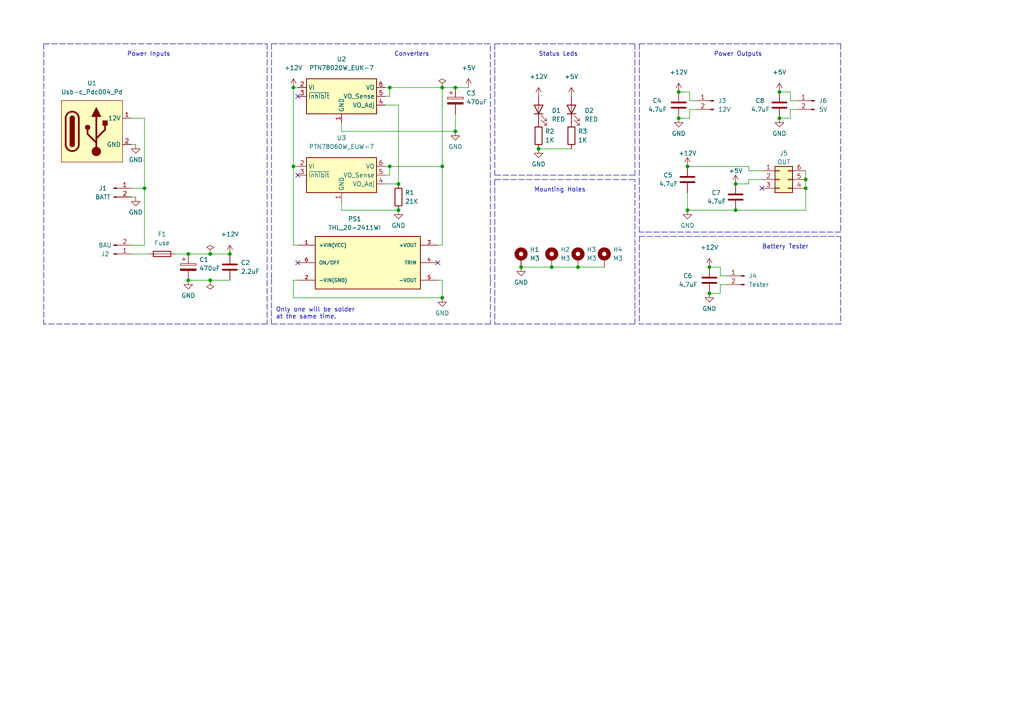
<source format=kicad_sch>
(kicad_sch (version 20211123) (generator eeschema)
  (paper "A4")
  (title_block (title "Mini carte alim") (date "2023-04-30") (rev "V1.0"))
  (lib_symbols
    (symbol "ComponentsEvo:THL_20-2411WI" (pin_names (offset 1.016))
      (property "Reference" "PS" (at -15.24 8.382 0))
      (property "Value" "THL_20-2411WI" (at -15.24 -10.16 0))
      (symbol "THL_20-2411WI_0_0"
        (rectangle (start -15.24 -7.62) (end 15.24 7.62) (stroke (width 0.254)) (fill (type background)))
        (pin input line (at -20.32 5.08 0) (length 5.08) (name "+VIN(VCC)") (number "1"))
        (pin input line (at -20.32 -5.08 0) (length 5.08) (name "-VIN(GND)") (number "2"))
        (pin output line (at 20.32 5.08 180) (length 5.08) (name "+VOUT") (number "3"))
        (pin passive line (at 20.32 0 180) (length 5.08) (name "TRIM") (number "4"))
        (pin output line (at 20.32 -5.08 180) (length 5.08) (name "-VOUT") (number "5"))
        (pin input line (at -20.32 0 0) (length 5.08) (name "ON/OFF") (number "6"))
      )
    )
    (symbol "ComponentsEvo:Usb-c_Pdc004_Pd"
      (property "Reference" "U" (at -8.89 10.16 0))
      (property "Value" "Usb-c_Pdc004_Pd" (at -8.89 -10.16 0))
      (symbol "Usb-c_Pdc004_Pd_0_1"
        (rectangle (start -17.78 8.89) (end 0 -8.89) (fill (type background)))
        (arc (start -16.51 -3.81) (mid -14.605 -5.715) (end -12.7 -3.81) (stroke (width 0.508)))
        (arc (start -15.24 -3.81) (mid -14.605 -4.445) (end -13.97 -3.81) (stroke (width 0.254)))
        (arc (start -15.24 -3.81) (mid -14.605 -4.445) (end -13.97 -3.81) (stroke (width 0.254)) (fill (type outline)))
        (rectangle (start -15.24 -3.81) (end -13.97 3.81) (stroke (width 0.254)) (fill (type outline)))
        (arc (start -13.97 3.81) (mid -14.605 4.445) (end -15.24 3.81) (stroke (width 0.254)))
        (arc (start -13.97 3.81) (mid -14.605 4.445) (end -15.24 3.81) (stroke (width 0.254)) (fill (type outline)))
        (arc (start -12.7 3.81) (mid -14.605 5.715) (end -16.51 3.81) (stroke (width 0.508)))
        (polyline (pts (xy -16.51 -3.81) (xy -16.51 3.81)) (stroke (width 0.508)))
        (polyline (pts (xy -12.7 3.81) (xy -12.7 -3.81)) (stroke (width 0.508)))
      )
      (symbol "Usb-c_Pdc004_Pd_1_1"
        (circle (center -10.16 1.143) (radius 0.635) (stroke (width 0.254)) (fill (type outline)))
        (circle (center -7.62 -5.842) (radius 1.27) (fill (type outline)))
        (rectangle (start -5.715 1.778) (end -4.445 3.048) (stroke (width 0.254)) (fill (type outline)))
        (polyline (pts (xy -7.62 -5.842) (xy -7.62 4.318)) (stroke (width 0.508)))
        (polyline (pts (xy -7.62 -3.302) (xy -10.16 -0.762) (xy -10.16 0.508)) (stroke (width 0.508)))
        (polyline (pts (xy -7.62 -2.032) (xy -5.08 0.508) (xy -5.08 1.778)) (stroke (width 0.508)))
        (polyline (pts (xy -8.89 4.318) (xy -7.62 6.858) (xy -6.35 4.318) (xy -8.89 4.318)) (stroke (width 0.254)) (fill (type outline)))
        (pin power_out line (at 2.54 3.81 180) (length 2.54) (name "12V") (number "1"))
        (pin power_out line (at 2.54 -3.81 180) (length 2.54) (name "GND") (number "2"))
      )
    )
    (symbol "Connector:Conn_01x02_Male" (pin_names (offset 1.016) hide)
      (property "Reference" "J" (at 0 2.54 0))
      (property "Value" "Conn_01x02_Male" (at 0 -5.08 0))
      (symbol "Conn_01x02_Male_1_1"
        (polyline (pts (xy 1.27 -2.54) (xy 0.8636 -2.54)) (stroke (width 0.1524)))
        (polyline (pts (xy 1.27 0) (xy 0.8636 0)) (stroke (width 0.1524)))
        (rectangle (start 0.8636 -2.413) (end 0 -2.667) (stroke (width 0.1524)) (fill (type outline)))
        (rectangle (start 0.8636 0.127) (end 0 -0.127) (stroke (width 0.1524)) (fill (type outline)))
        (pin passive line (at 5.08 0 180) (length 3.81) (name "Pin_1") (number "1"))
        (pin passive line (at 5.08 -2.54 180) (length 3.81) (name "Pin_2") (number "2"))
      )
    )
    (symbol "Connector_Generic:Conn_02x03_Counter_Clockwise" (pin_names (offset 1.016) hide)
      (property "Reference" "J" (at 1.27 5.08 0))
      (property "Value" "Conn_02x03_Counter_Clockwise" (at 1.27 -5.08 0))
      (symbol "Conn_02x03_Counter_Clockwise_1_1"
        (rectangle (start -1.27 -2.413) (end 0 -2.667) (stroke (width 0.1524)))
        (rectangle (start -1.27 0.127) (end 0 -0.127) (stroke (width 0.1524)))
        (rectangle (start -1.27 2.667) (end 0 2.413) (stroke (width 0.1524)))
        (rectangle (start -1.27 3.81) (end 3.81 -3.81) (stroke (width 0.254)) (fill (type background)))
        (rectangle (start 3.81 -2.413) (end 2.54 -2.667) (stroke (width 0.1524)))
        (rectangle (start 3.81 0.127) (end 2.54 -0.127) (stroke (width 0.1524)))
        (rectangle (start 3.81 2.667) (end 2.54 2.413) (stroke (width 0.1524)))
        (pin passive line (at -5.08 2.54 0) (length 3.81) (name "Pin_1") (number "1"))
        (pin passive line (at -5.08 0 0) (length 3.81) (name "Pin_2") (number "2"))
        (pin passive line (at -5.08 -2.54 0) (length 3.81) (name "Pin_3") (number "3"))
        (pin passive line (at 7.62 -2.54 180) (length 3.81) (name "Pin_4") (number "4"))
        (pin passive line (at 7.62 0 180) (length 3.81) (name "Pin_5") (number "5"))
        (pin passive line (at 7.62 2.54 180) (length 3.81) (name "Pin_6") (number "6"))
      )
    )
    (symbol "Converter_DCDC:PTN78020W_EUK-7"
      (property "Reference" "U" (at -6.35 6.35 0))
      (property "Value" "PTN78020W_EUK-7" (at 3.81 6.35 0))
      (symbol "PTN78020W_EUK-7_0_1"
        (rectangle (start -10.16 5.08) (end 10.16 -5.08) (stroke (width 0.254)) (fill (type background)))
      )
      (symbol "PTN78020W_EUK-7_1_1"
        (pin power_in line (at 0 -7.62 90) (length 2.54) (name "GND") (number "1"))
        (pin power_in line (at -12.7 2.54 0) (length 2.54) (name "VI") (number "2"))
        (pin input line (at -12.7 0 0) (length 2.54) (name "~{Inhibit}") (number "3"))
        (pin input line (at 12.7 -2.54 180) (length 2.54) (name "VO_Adj") (number "4"))
        (pin power_out line (at 12.7 0 180) (length 2.54) (name "VO_Sense") (number "5"))
        (pin power_out line (at 12.7 2.54 180) (length 2.54) (name "VO") (number "6"))
        (pin passive line (at 0 -7.62 90) (length 2.54) hide (name "GND") (number "7"))
      )
    )
    (symbol "Converter_DCDC:PTN78060W_EUW-7"
      (property "Reference" "U" (at -6.35 6.35 0))
      (property "Value" "PTN78060W_EUW-7" (at 3.81 6.35 0))
      (symbol "PTN78060W_EUW-7_0_1"
        (rectangle (start -10.16 5.08) (end 10.16 -5.08) (stroke (width 0.254)) (fill (type background)))
      )
      (symbol "PTN78060W_EUW-7_1_1"
        (pin power_in line (at 0 -7.62 90) (length 2.54) (name "GND") (number "1"))
        (pin power_in line (at -12.7 2.54 0) (length 2.54) (name "VI") (number "2"))
        (pin input line (at -12.7 0 0) (length 2.54) (name "~{Inhibit}") (number "3"))
        (pin input line (at 12.7 -2.54 180) (length 2.54) (name "VO_Adj") (number "4"))
        (pin power_out line (at 12.7 0 180) (length 2.54) (name "VO_Sense") (number "5"))
        (pin power_out line (at 12.7 2.54 180) (length 2.54) (name "VO") (number "6"))
        (pin passive line (at 0 -7.62 90) (length 2.54) hide (name "GND") (number "7"))
      )
    )
    (symbol "Device:C" (pin_numbers hide) (pin_names (offset 0.254))
      (property "Reference" "C" (at 0.635 2.54 0))
      (property "Value" "C" (at 0.635 -2.54 0))
      (symbol "C_0_1"
        (polyline (pts (xy -2.032 -0.762) (xy 2.032 -0.762)) (stroke (width 0.508)))
        (polyline (pts (xy -2.032 0.762) (xy 2.032 0.762)) (stroke (width 0.508)))
      )
      (symbol "C_1_1"
        (pin passive line (at 0 3.81 270) (length 2.794) (name "~") (number "1"))
        (pin passive line (at 0 -3.81 90) (length 2.794) (name "~") (number "2"))
      )
    )
    (symbol "Device:C_Polarized" (pin_numbers hide) (pin_names (offset 0.254))
      (property "Reference" "C" (at 0.635 2.54 0))
      (property "Value" "C_Polarized" (at 0.635 -2.54 0))
      (symbol "C_Polarized_0_1"
        (rectangle (start -2.286 0.508) (end 2.286 1.016))
        (polyline (pts (xy -1.778 2.286) (xy -0.762 2.286)))
        (polyline (pts (xy -1.27 2.794) (xy -1.27 1.778)))
        (rectangle (start 2.286 -0.508) (end -2.286 -1.016) (fill (type outline)))
      )
      (symbol "C_Polarized_1_1"
        (pin passive line (at 0 3.81 270) (length 2.794) (name "~") (number "1"))
        (pin passive line (at 0 -3.81 90) (length 2.794) (name "~") (number "2"))
      )
    )
    (symbol "Device:Fuse" (pin_numbers hide) (pin_names (offset 0))
      (property "Reference" "F" (at 2.032 0 90))
      (property "Value" "Fuse" (at -1.905 0 90))
      (symbol "Fuse_0_1"
        (rectangle (start -0.762 -2.54) (end 0.762 2.54) (stroke (width 0.254)))
        (polyline (pts (xy 0 2.54) (xy 0 -2.54)))
      )
      (symbol "Fuse_1_1"
        (pin passive line (at 0 3.81 270) (length 1.27) (name "~") (number "1"))
        (pin passive line (at 0 -3.81 90) (length 1.27) (name "~") (number "2"))
      )
    )
    (symbol "Device:LED" (pin_numbers hide) (pin_names (offset 1.016) hide)
      (property "Reference" "D" (at 0 2.54 0))
      (property "Value" "LED" (at 0 -2.54 0))
      (symbol "LED_0_1"
        (polyline (pts (xy -1.27 -1.27) (xy -1.27 1.27)) (stroke (width 0.254)))
        (polyline (pts (xy -1.27 0) (xy 1.27 0)))
        (polyline (pts (xy 1.27 -1.27) (xy 1.27 1.27) (xy -1.27 0) (xy 1.27 -1.27)) (stroke (width 0.254)))
        (polyline (pts (xy -3.048 -0.762) (xy -4.572 -2.286) (xy -3.81 -2.286) (xy -4.572 -2.286) (xy -4.572 -1.524)))
        (polyline (pts (xy -1.778 -0.762) (xy -3.302 -2.286) (xy -2.54 -2.286) (xy -3.302 -2.286) (xy -3.302 -1.524)))
      )
      (symbol "LED_1_1"
        (pin passive line (at -3.81 0 0) (length 2.54) (name "K") (number "1"))
        (pin passive line (at 3.81 0 180) (length 2.54) (name "A") (number "2"))
      )
    )
    (symbol "Device:R" (pin_numbers hide) (pin_names (offset 0))
      (property "Reference" "R" (at 2.032 0 90))
      (property "Value" "R" (at 0 0 90))
      (symbol "R_0_1"
        (rectangle (start -1.016 -2.54) (end 1.016 2.54) (stroke (width 0.254)))
      )
      (symbol "R_1_1"
        (pin passive line (at 0 3.81 270) (length 1.27) (name "~") (number "1"))
        (pin passive line (at 0 -3.81 90) (length 1.27) (name "~") (number "2"))
      )
    )
    (symbol "Mechanical:MountingHole_Pad" (pin_numbers hide) (pin_names (offset 1.016) hide)
      (property "Reference" "H" (at 0 6.35 0))
      (property "Value" "MountingHole_Pad" (at 0 4.445 0))
      (symbol "MountingHole_Pad_0_1"
        (circle (center 0 1.27) (radius 1.27) (stroke (width 1.27)))
      )
      (symbol "MountingHole_Pad_1_1"
        (pin input line (at 0 -2.54 90) (length 2.54) (name "1") (number "1"))
      )
    )
    (symbol "power:+12V" (power) (pin_names (offset 0))
      (property "Value" "+12V" (at 0 3.556 0))
      (symbol "+12V_0_1"
        (polyline (pts (xy -0.762 1.27) (xy 0 2.54)))
        (polyline (pts (xy 0 0) (xy 0 2.54)))
        (polyline (pts (xy 0 2.54) (xy 0.762 1.27)))
      )
      (symbol "+12V_1_1"
        (pin power_in line (at 0 0 90) (length 0) hide (name "+12V") (number "1"))
      )
    )
    (symbol "power:+5V" (power) (pin_names (offset 0))
      (property "Value" "+5V" (at 0 3.556 0))
      (symbol "+5V_0_1"
        (polyline (pts (xy -0.762 1.27) (xy 0 2.54)))
        (polyline (pts (xy 0 0) (xy 0 2.54)))
        (polyline (pts (xy 0 2.54) (xy 0.762 1.27)))
      )
      (symbol "+5V_1_1"
        (pin power_in line (at 0 0 90) (length 0) hide (name "+5V") (number "1"))
      )
    )
    (symbol "power:GND" (power) (pin_names (offset 0))
      (property "Value" "GND" (at 0 -3.81 0))
      (symbol "GND_0_1"
        (polyline (pts (xy 0 0) (xy 0 -1.27) (xy 1.27 -1.27) (xy 0 -2.54) (xy -1.27 -1.27) (xy 0 -1.27)))
      )
      (symbol "GND_1_1"
        (pin power_in line (at 0 0 270) (length 0) hide (name "GND") (number "1"))
      )
    )
    (symbol "power:PWR_FLAG" (power) (pin_numbers hide) (pin_names (offset 0) hide)
      (property "Value" "PWR_FLAG" (at 0 3.81 0))
      (symbol "PWR_FLAG_0_0"
        (pin power_out line (at 0 0 90) (length 0) (name "pwr") (number "1"))
      )
      (symbol "PWR_FLAG_0_1"
        (polyline (pts (xy 0 0) (xy 0 1.27) (xy -1.016 1.905) (xy 0 2.54) (xy 1.016 1.905) (xy 0 1.27)))
      )
    )
  )
  (junction (at 113.03 25.4))
  (junction (at 226.06 34.29))
  (junction (at 233.68 52.07))
  (junction (at 226.06 26.67))
  (junction (at 113.03 48.26))
  (junction (at 196.85 34.29))
  (junction (at 60.96 73.66))
  (junction (at 196.85 26.67))
  (junction (at 41.91 54.61))
  (junction (at 213.36 53.34))
  (junction (at 132.08 25.4))
  (junction (at 160.02 77.47))
  (junction (at 205.74 77.47))
  (junction (at 199.39 48.26))
  (junction (at 115.57 60.96))
  (junction (at 233.68 54.61))
  (junction (at 66.675 73.66))
  (junction (at 115.57 53.34))
  (junction (at 132.08 38.1))
  (junction (at 128.27 48.26))
  (junction (at 54.61 73.66))
  (junction (at 167.64 77.47))
  (junction (at 199.39 60.96))
  (junction (at 128.27 86.36))
  (junction (at 85.09 25.4))
  (junction (at 85.09 48.26))
  (junction (at 205.74 85.09))
  (junction (at 151.13 77.47))
  (junction (at 60.96 81.28))
  (junction (at 128.27 25.4))
  (junction (at 213.36 60.96))
  (junction (at 156.21 43.18))
  (junction (at 54.61 81.28))
  (no_connect (at 127 76.2))
  (no_connect (at 220.98 54.61))
  (no_connect (at 86.36 27.94))
  (no_connect (at 86.36 76.2))
  (no_connect (at 86.36 50.8))
  (wire (pts (xy 196.85 26.67) (xy 200.025 26.67)))
  (wire (pts (xy 233.68 52.07) (xy 233.68 49.53)))
  (wire (pts (xy 128.27 48.26) (xy 128.27 25.4)))
  (wire (pts (xy 99.06 60.96) (xy 115.57 60.96)))
  (wire (pts (xy 85.09 48.26) (xy 86.36 48.26)))
  (polyline (pts (xy 243.84 68.58) (xy 243.84 93.98)))
  (polyline (pts (xy 143.51 12.7) (xy 184.15 12.7)))
  (polyline (pts (xy 185.42 52.07) (xy 185.42 52.07)))
  (wire (pts (xy 160.02 77.47) (xy 167.64 77.47)))
  (wire (pts (xy 196.85 34.29) (xy 200.025 34.29)))
  (polyline (pts (xy 143.51 52.07) (xy 143.51 93.98)))
  (wire (pts (xy 128.27 81.28) (xy 127 81.28)))
  (wire (pts (xy 226.06 26.67) (xy 229.235 26.67)))
  (wire (pts (xy 38.1 71.12) (xy 41.91 71.12)))
  (wire (pts (xy 210.82 80.01) (xy 208.915 80.01)))
  (wire (pts (xy 113.03 48.26) (xy 128.27 48.26)))
  (wire (pts (xy 156.21 43.18) (xy 165.735 43.18)))
  (polyline (pts (xy 243.84 67.31) (xy 185.42 67.31)))
  (wire (pts (xy 217.17 53.34) (xy 217.17 52.07)))
  (wire (pts (xy 99.06 58.42) (xy 99.06 60.96)))
  (wire (pts (xy 132.08 38.1) (xy 132.08 33.02)))
  (wire (pts (xy 217.17 52.07) (xy 220.98 52.07)))
  (polyline (pts (xy 12.7 12.7) (xy 12.7 93.98)))
  (wire (pts (xy 128.27 71.12) (xy 128.27 48.26)))
  (wire (pts (xy 60.96 73.66) (xy 66.675 73.66)))
  (wire (pts (xy 132.08 25.4) (xy 135.89 25.4)))
  (wire (pts (xy 41.91 54.61) (xy 41.91 71.12)))
  (polyline (pts (xy 184.15 93.98) (xy 184.15 52.07)))
  (wire (pts (xy 205.74 77.47) (xy 208.915 77.47)))
  (wire (pts (xy 86.36 25.4) (xy 85.09 25.4)))
  (polyline (pts (xy 143.51 52.07) (xy 184.15 52.07)))
  (wire (pts (xy 213.36 60.96) (xy 233.68 60.96)))
  (wire (pts (xy 128.27 81.28) (xy 128.27 86.36)))
  (wire (pts (xy 233.68 54.61) (xy 233.68 52.07)))
  (wire (pts (xy 50.8 73.66) (xy 54.61 73.66)))
  (wire (pts (xy 111.76 25.4) (xy 113.03 25.4)))
  (polyline (pts (xy 185.42 68.58) (xy 243.84 68.58)))
  (wire (pts (xy 99.06 35.56) (xy 99.06 38.1)))
  (wire (pts (xy 111.76 50.8) (xy 113.03 50.8)))
  (wire (pts (xy 200.025 34.29) (xy 200.025 31.75)))
  (wire (pts (xy 205.74 85.09) (xy 208.915 85.09)))
  (polyline (pts (xy 77.47 93.98) (xy 12.7 93.98)))
  (wire (pts (xy 229.235 31.75) (xy 231.14 31.75)))
  (polyline (pts (xy 142.24 81.28) (xy 142.24 93.98)))
  (wire (pts (xy 220.98 49.53) (xy 217.17 49.53)))
  (wire (pts (xy 113.03 27.94) (xy 113.03 25.4)))
  (wire (pts (xy 113.03 25.4) (xy 128.27 25.4)))
  (polyline (pts (xy 78.74 93.98) (xy 78.74 80.01)))
  (wire (pts (xy 200.025 31.75) (xy 201.93 31.75)))
  (wire (pts (xy 111.76 48.26) (xy 113.03 48.26)))
  (polyline (pts (xy 243.84 12.7) (xy 243.84 67.31)))
  (wire (pts (xy 60.96 81.28) (xy 66.675 81.28)))
  (wire (pts (xy 111.76 53.34) (xy 115.57 53.34)))
  (wire (pts (xy 85.09 86.36) (xy 85.09 81.28)))
  (wire (pts (xy 54.61 81.28) (xy 60.96 81.28)))
  (wire (pts (xy 41.91 34.29) (xy 41.91 54.61)))
  (polyline (pts (xy 243.84 93.98) (xy 185.42 93.98)))
  (polyline (pts (xy 77.47 12.7) (xy 77.47 93.98)))
  (wire (pts (xy 151.13 77.47) (xy 160.02 77.47)))
  (polyline (pts (xy 185.42 12.7) (xy 185.42 52.07)))
  (polyline (pts (xy 143.51 12.7) (xy 143.51 50.8)))
  (wire (pts (xy 226.06 34.29) (xy 229.235 34.29)))
  (wire (pts (xy 199.39 48.26) (xy 217.17 48.26)))
  (wire (pts (xy 38.1 41.91) (xy 39.37 41.91)))
  (wire (pts (xy 128.27 86.36) (xy 85.09 86.36)))
  (polyline (pts (xy 12.7 12.7) (xy 77.47 12.7)))
  (wire (pts (xy 85.09 25.4) (xy 85.09 48.26)))
  (wire (pts (xy 208.915 85.09) (xy 208.915 82.55)))
  (wire (pts (xy 208.915 82.55) (xy 210.82 82.55)))
  (polyline (pts (xy 78.74 12.7) (xy 78.74 81.28)))
  (polyline (pts (xy 143.51 93.98) (xy 184.15 93.98)))
  (polyline (pts (xy 185.42 12.7) (xy 243.84 12.7)))
  (wire (pts (xy 39.37 57.15) (xy 38.1 57.15)))
  (wire (pts (xy 213.36 53.34) (xy 217.17 53.34)))
  (wire (pts (xy 200.025 29.21) (xy 200.025 26.67)))
  (polyline (pts (xy 185.42 68.58) (xy 185.42 93.98)))
  (wire (pts (xy 128.27 71.12) (xy 127 71.12)))
  (wire (pts (xy 233.68 60.96) (xy 233.68 54.61)))
  (wire (pts (xy 231.14 29.21) (xy 229.235 29.21)))
  (wire (pts (xy 99.06 38.1) (xy 132.08 38.1)))
  (wire (pts (xy 167.64 77.47) (xy 175.26 77.47)))
  (wire (pts (xy 38.1 34.29) (xy 41.91 34.29)))
  (wire (pts (xy 199.39 55.88) (xy 199.39 60.96)))
  (wire (pts (xy 229.235 29.21) (xy 229.235 26.67)))
  (wire (pts (xy 111.76 30.48) (xy 115.57 30.48)))
  (polyline (pts (xy 184.15 50.8) (xy 143.51 50.8)))
  (wire (pts (xy 208.915 80.01) (xy 208.915 77.47)))
  (wire (pts (xy 85.09 71.12) (xy 86.36 71.12)))
  (wire (pts (xy 54.61 73.66) (xy 60.96 73.66)))
  (wire (pts (xy 199.39 60.96) (xy 213.36 60.96)))
  (wire (pts (xy 115.57 53.34) (xy 115.57 30.48)))
  (wire (pts (xy 85.09 48.26) (xy 85.09 71.12)))
  (polyline (pts (xy 184.15 12.7) (xy 184.15 50.8)))
  (wire (pts (xy 113.03 50.8) (xy 113.03 48.26)))
  (wire (pts (xy 128.27 25.4) (xy 132.08 25.4)))
  (polyline (pts (xy 78.74 12.7) (xy 142.24 12.7)))
  (polyline (pts (xy 185.42 67.31) (xy 185.42 52.07)))
  (wire (pts (xy 201.93 29.21) (xy 200.025 29.21)))
  (wire (pts (xy 217.17 49.53) (xy 217.17 48.26)))
  (wire (pts (xy 38.1 54.61) (xy 41.91 54.61)))
  (wire (pts (xy 38.1 73.66) (xy 43.18 73.66)))
  (wire (pts (xy 85.09 81.28) (xy 86.36 81.28)))
  (polyline (pts (xy 142.24 93.98) (xy 78.74 93.98)))
  (wire (pts (xy 111.76 27.94) (xy 113.03 27.94)))
  (polyline (pts (xy 142.24 81.28) (xy 142.24 12.7)))
  (wire (pts (xy 229.235 34.29) (xy 229.235 31.75)))
  (text "Mounting Holes" (at 154.94 55.88 0) (effects (font (size 1.27 1.27)) (justify left bottom)))
  (text "Battery Tester" (at 220.98 72.39 0) (effects (font (size 1.27 1.27)) (justify left bottom)))
  (text "Only one will be solder\nat the same time." (at 80.01 92.71 0) (effects (font (size 1.27 1.27)) (justify left bottom)))
  (text "Power Inputs" (at 36.83 16.51 0) (effects (font (size 1.27 1.27)) (justify left bottom)))
  (text "Converters" (at 114.3 16.51 0) (effects (font (size 1.27 1.27)) (justify left bottom)))
  (text "Power Outputs" (at 207.01 16.51 0) (effects (font (size 1.27 1.27)) (justify left bottom)))
  (text "Status Leds" (at 156.21 16.51 0) (effects (font (size 1.27 1.27)) (justify left bottom)))
  (symbol (lib_id "power:GND") (at 54.61 81.28 0) (unit 1)
    (property "Reference" "#PWR03" (effects hide))
    (property "Value" "GND" (at 54.61 85.725 0))
  )
  (symbol (lib_id "Converter_DCDC:PTN78020W_EUK-7") (at 99.06 27.94 0) (unit 1)
    (property "Reference" "U2" (at 99.06 17.145 0))
    (property "Value" "PTN78020W_EUK-7" (at 99.06 19.685 0))
    (property "Footprint" "Module:Texas_EUK_R-PDSS-T7_THT" (effects hide))
    (property "Datasheet" "https://www.ti.com/lit/ds/symlink/ptn78020w.pdf" (effects hide))
  )
  (symbol (lib_id "Mechanical:MountingHole_Pad") (at 175.26 74.93 0) (unit 1)
    (property "Reference" "H4" (at 177.8 72.3899 0) (effects (justify left)))
    (property "Value" "M3" (at 177.8 74.9299 0) (effects (justify left)))
    (property "Footprint" "MountingHole:MountingHole_3.2mm_M3_Pad_Via" (effects hide))
  )
  (symbol (lib_id "Mechanical:MountingHole_Pad") (at 151.13 74.93 0) (unit 1)
    (property "Reference" "H1" (at 153.67 72.3899 0) (effects (justify left)))
    (property "Value" "M3" (at 153.67 74.9299 0) (effects (justify left)))
    (property "Footprint" "MountingHole:MountingHole_3.2mm_M3_Pad_Via" (effects hide))
  )
  (symbol (lib_id "power:PWR_FLAG") (at 60.96 73.66 0) (unit 1)
    (property "Reference" "#FLG01" (effects hide))
    (property "Value" "PWR_FLAG" (effects hide))
  )
  (symbol (lib_id "power:GND") (at 156.21 43.18 0) (unit 1)
    (property "Reference" "#PWR012" (effects hide))
    (property "Value" "GND" (at 156.21 47.625 0))
  )
  (symbol (lib_id "power:+5V") (at 135.89 25.4 0) (unit 1)
    (property "Reference" "#PWR09" (effects hide))
    (property "Value" "+5V" (at 135.89 19.685 0))
  )
  (symbol (lib_id "power:GND") (at 39.37 57.15 0) (unit 1)
    (property "Reference" "#PWR02" (effects hide))
    (property "Value" "GND" (at 39.37 61.595 0))
  )
  (symbol (lib_id "power:PWR_FLAG") (at 60.96 81.28 180) (unit 1)
    (property "Reference" "#FLG02" (effects hide))
    (property "Value" "PWR_FLAG" (effects hide))
  )
  (symbol (lib_id "Device:LED") (at 165.735 31.75 90) (unit 1)
    (property "Reference" "D2" (at 169.545 32.0674 90) (effects (justify right)))
    (property "Value" "RED" (at 169.545 34.6074 90) (effects (justify right)))
    (property "Footprint" "LED_SMD:LED_0805_2012Metric" (effects hide))
  )
  (symbol (lib_id "Device:R") (at 156.21 39.37 0) (unit 1)
    (property "Reference" "R2" (at 158.115 38.0999 0) (effects (justify left)))
    (property "Value" "1K" (at 158.115 40.6399 0) (effects (justify left)))
    (property "Footprint" "Resistor_SMD:R_0603_1608Metric" (effects hide))
  )
  (symbol (lib_id "power:GND") (at 39.37 41.91 0) (unit 1)
    (property "Reference" "#PWR01" (effects hide))
    (property "Value" "GND" (at 39.37 46.355 0))
  )
  (symbol (lib_id "Device:R") (at 165.735 39.37 0) (unit 1)
    (property "Reference" "R3" (at 167.64 38.0999 0) (effects (justify left)))
    (property "Value" "1K" (at 167.64 40.6399 0) (effects (justify left)))
    (property "Footprint" "Resistor_SMD:R_0603_1608Metric" (effects hide))
  )
  (symbol (lib_id "Mechanical:MountingHole_Pad") (at 160.02 74.93 0) (unit 1)
    (property "Reference" "H2" (at 162.56 72.3899 0) (effects (justify left)))
    (property "Value" "M3" (at 162.56 74.9299 0) (effects (justify left)))
    (property "Footprint" "MountingHole:MountingHole_3.2mm_M3_Pad_Via" (effects hide))
  )
  (symbol (lib_id "power:GND") (at 226.06 34.29 0) (unit 1)
    (property "Reference" "#PWR022" (effects hide))
    (property "Value" "GND" (at 226.06 38.735 0))
  )
  (symbol (lib_id "power:GND") (at 196.85 34.29 0) (unit 1)
    (property "Reference" "#PWR015" (effects hide))
    (property "Value" "GND" (at 196.85 38.735 0))
  )
  (symbol (lib_id "power:+12V") (at 66.675 73.66 0) (unit 1)
    (property "Reference" "#PWR04" (effects hide))
    (property "Value" "+12V" (at 66.675 67.945 0))
  )
  (symbol (lib_id "Mechanical:MountingHole_Pad") (at 167.64 74.93 0) (unit 1)
    (property "Reference" "H3" (at 170.18 72.3899 0) (effects (justify left)))
    (property "Value" "M3" (at 170.18 74.9299 0) (effects (justify left)))
    (property "Footprint" "MountingHole:MountingHole_3.2mm_M3_Pad_Via" (effects hide))
  )
  (symbol (lib_id "power:GND") (at 199.39 60.96 0) (unit 1)
    (property "Reference" "#PWR017" (effects hide))
    (property "Value" "GND" (at 199.39 65.405 0))
  )
  (symbol (lib_id "power:+5V") (at 213.36 53.34 0) (unit 1)
    (property "Reference" "#PWR020" (effects hide))
    (property "Value" "+5V" (at 213.36 49.53 0))
  )
  (symbol (lib_id "ComponentsEvo:THL_20-2411WI") (at 106.68 76.2 0) (unit 1)
    (property "Reference" "PS1" (at 102.87 63.5 0))
    (property "Value" "THL_20-2411WI" (at 102.87 66.04 0))
    (property "Footprint" "ComponentsEvo:TRACO_CONV_THL" (effects hide))
    (property "STANDARD" "Manufacturer Recommendations" (effects hide))
    (property "MANUFACTURER" "Traco Power" (effects hide))
    (property "PARTREV" "Jan 18, 2021" (effects hide))
    (property "MAXIMUM_PACKAGE_HEIGHT" "10.16 mm" (effects hide))
  )
  (symbol (lib_id "Converter_DCDC:PTN78060W_EUW-7") (at 99.06 50.8 0) (unit 1)
    (property "Reference" "U3" (at 99.06 40.005 0))
    (property "Value" "PTN78060W_EUW-7" (at 99.06 42.545 0))
    (property "Footprint" "Module:Texas_EUW_R-PDSS-T7_THT" (effects hide))
    (property "Datasheet" "https://www.ti.com/lit/ds/symlink/ptn78060w.pdf" (effects hide))
  )
  (symbol (lib_id "power:+5V") (at 226.06 26.67 0) (unit 1)
    (property "Reference" "#PWR021" (effects hide))
    (property "Value" "+5V" (at 226.06 20.955 0))
  )
  (symbol (lib_id "Device:C") (at 226.06 30.48 0) (mirror y) (unit 1)
    (property "Reference" "C8" (at 219.075 29.21 0) (effects (justify right)))
    (property "Value" "4.7uF" (at 217.805 31.75 0) (effects (justify right)))
    (property "Footprint" "Capacitor_SMD:C_0603_1608Metric" (effects hide))
  )
  (symbol (lib_id "Connector_Generic:Conn_02x03_Counter_Clockwise") (at 226.06 52.07 0) (unit 1)
    (property "Reference" "J5" (at 227.33 44.45 0))
    (property "Value" "OUT" (at 227.33 46.99 0))
    (property "Footprint" "ConnectorsEvo:66200621022" (effects hide))
  )
  (symbol (lib_id "Connector:Conn_01x02_Male") (at 33.02 54.61 0) (unit 1)
    (property "Reference" "J1" (at 29.845 54.61 0))
    (property "Value" "BATT" (at 29.845 57.15 0))
    (property "Footprint" "ConnectorsEvo:649002227222" (effects hide))
  )
  (symbol (lib_id "Connector:Conn_01x02_Male") (at 207.01 29.21 0) (mirror y) (unit 1)
    (property "Reference" "J3" (at 208.28 29.2099 0) (effects (justify right)))
    (property "Value" "12V" (at 208.28 31.7499 0) (effects (justify right)))
    (property "Footprint" "ConnectorsEvo:66200221022" (effects hide))
  )
  (symbol (lib_id "power:GND") (at 205.74 85.09 0) (unit 1)
    (property "Reference" "#PWR019" (effects hide))
    (property "Value" "GND" (at 205.74 89.535 0))
  )
  (symbol (lib_id "Device:LED") (at 156.21 31.75 90) (unit 1)
    (property "Reference" "D1" (at 160.02 32.0674 90) (effects (justify right)))
    (property "Value" "RED" (at 160.02 34.6074 90) (effects (justify right)))
    (property "Footprint" "LED_SMD:LED_0805_2012Metric" (effects hide))
  )
  (symbol (lib_id "Device:C") (at 199.39 52.07 0) (mirror y) (unit 1)
    (property "Reference" "C5" (at 192.405 50.8 0) (effects (justify right)))
    (property "Value" "4.7uF" (at 191.135 53.34 0) (effects (justify right)))
    (property "Footprint" "Capacitor_SMD:C_0603_1608Metric" (effects hide))
  )
  (symbol (lib_id "Device:C_Polarized") (at 54.61 77.47 0) (unit 1)
    (property "Reference" "C1" (at 57.785 75.3109 0) (effects (justify left)))
    (property "Value" "470uF" (at 57.785 77.8509 0) (effects (justify left)))
    (property "Footprint" "Capacitor_THT:CP_Radial_D10.0mm_P5.00mm" (effects hide))
  )
  (symbol (lib_id "Device:C_Polarized") (at 132.08 29.21 0) (unit 1)
    (property "Reference" "C3" (at 135.255 27.0509 0) (effects (justify left)))
    (property "Value" "470uF" (at 135.255 29.5909 0) (effects (justify left)))
    (property "Footprint" "Capacitor_THT:CP_Radial_D10.0mm_P5.00mm" (effects hide))
  )
  (symbol (lib_id "Connector:Conn_01x02_Male") (at 236.22 29.21 0) (mirror y) (unit 1)
    (property "Reference" "J6" (at 237.49 29.2099 0) (effects (justify right)))
    (property "Value" "5V" (at 237.49 31.7499 0) (effects (justify right)))
    (property "Footprint" "ConnectorsEvo:66200221022" (effects hide))
  )
  (symbol (lib_id "power:+12V") (at 156.21 27.94 0) (unit 1)
    (property "Reference" "#PWR011" (effects hide))
    (property "Value" "+12V" (at 156.21 22.225 0))
  )
  (symbol (lib_id "Device:C") (at 205.74 81.28 0) (mirror y) (unit 1)
    (property "Reference" "C6" (at 198.12 80.01 0) (effects (justify right)))
    (property "Value" "4.7uF" (at 196.85 82.55 0) (effects (justify right)))
    (property "Footprint" "Capacitor_SMD:C_0603_1608Metric" (effects hide))
  )
  (symbol (lib_id "Device:R") (at 115.57 57.15 0) (unit 1)
    (property "Reference" "R1" (at 117.475 55.8799 0) (effects (justify left)))
    (property "Value" "21K" (at 117.475 58.4199 0) (effects (justify left)))
    (property "Footprint" "Resistor_SMD:R_0603_1608Metric" (effects hide))
  )
  (symbol (lib_id "Connector:Conn_01x02_Male") (at 33.02 73.66 0) (mirror x) (unit 1)
    (property "Reference" "J2" (at 30.48 73.66 0))
    (property "Value" "BAU" (at 30.48 71.12 0))
    (property "Footprint" "ConnectorsEvo:649002227222" (effects hide))
  )
  (symbol (lib_id "power:+5V") (at 165.735 27.94 0) (unit 1)
    (property "Reference" "#PWR013" (effects hide))
    (property "Value" "+5V" (at 165.735 22.225 0))
  )
  (symbol (lib_id "power:GND") (at 128.27 86.36 0) (unit 1)
    (property "Reference" "#PWR07" (effects hide))
    (property "Value" "GND" (at 128.27 90.805 0))
  )
  (symbol (lib_id "power:GND") (at 151.13 77.47 0) (unit 1)
    (property "Reference" "#PWR010" (effects hide))
    (property "Value" "GND" (at 151.13 81.915 0))
  )
  (symbol (lib_id "power:+12V") (at 205.74 77.47 0) (unit 1)
    (property "Reference" "#PWR018" (effects hide))
    (property "Value" "+12V" (at 205.74 71.755 0))
  )
  (symbol (lib_id "power:+12V") (at 85.09 25.4 0) (unit 1)
    (property "Reference" "#PWR05" (effects hide))
    (property "Value" "+12V" (at 85.09 19.685 0))
  )
  (symbol (lib_id "ComponentsEvo:Usb-c_Pdc004_Pd") (at 35.56 38.1 0) (unit 1)
    (property "Reference" "U1" (at 26.67 24.13 0))
    (property "Value" "Usb-c_Pdc004_Pd" (at 26.67 26.67 0))
    (property "Footprint" "ComponentsEvo:Usb-c_Pdc004_Pd" (effects hide))
  )
  (symbol (lib_id "Device:Fuse") (at 46.99 73.66 90) (unit 1)
    (property "Reference" "F1" (at 46.99 67.945 90))
    (property "Value" "Fuse" (at 46.99 70.485 90))
    (property "Footprint" "ComponentsEvo:0031.7701.11" (effects hide))
  )
  (symbol (lib_id "power:+12V") (at 199.39 48.26 0) (unit 1)
    (property "Reference" "#PWR016" (effects hide))
    (property "Value" "+12V" (at 199.39 44.45 0))
  )
  (symbol (lib_id "power:+12V") (at 196.85 26.67 0) (unit 1)
    (property "Reference" "#PWR014" (effects hide))
    (property "Value" "+12V" (at 196.85 20.955 0))
  )
  (symbol (lib_id "power:GND") (at 132.08 38.1 0) (unit 1)
    (property "Reference" "#PWR08" (effects hide))
    (property "Value" "GND" (at 132.08 42.545 0))
  )
  (symbol (lib_id "power:GND") (at 115.57 60.96 0) (unit 1)
    (property "Reference" "#PWR06" (effects hide))
    (property "Value" "GND" (at 115.57 65.405 0))
  )
  (symbol (lib_id "Device:C") (at 66.675 77.47 0) (unit 1)
    (property "Reference" "C2" (at 69.85 76.1999 0) (effects (justify left)))
    (property "Value" "2.2uF" (at 69.85 78.7399 0) (effects (justify left)))
    (property "Footprint" "Capacitor_SMD:C_0603_1608Metric" (effects hide))
  )
  (symbol (lib_id "Device:C") (at 213.36 57.15 0) (mirror y) (unit 1)
    (property "Reference" "C7" (at 206.375 55.88 0) (effects (justify right)))
    (property "Value" "4.7uF" (at 205.105 58.42 0) (effects (justify right)))
    (property "Footprint" "Capacitor_SMD:C_0603_1608Metric" (effects hide))
  )
  (symbol (lib_id "Device:C") (at 196.85 30.48 0) (mirror y) (unit 1)
    (property "Reference" "C4" (at 189.23 29.21 0) (effects (justify right)))
    (property "Value" "4.7uF" (at 187.96 31.75 0) (effects (justify right)))
    (property "Footprint" "Capacitor_SMD:C_0603_1608Metric" (effects hide))
  )
  (symbol (lib_id "power:PWR_FLAG") (at 128.27 25.4 0) (unit 1)
    (property "Reference" "#FLG03" (effects hide))
    (property "Value" "PWR_FLAG" (effects hide))
  )
  (symbol (lib_id "Connector:Conn_01x02_Male") (at 215.9 80.01 0) (mirror y) (unit 1)
    (property "Reference" "J4" (at 217.17 80.0099 0) (effects (justify right)))
    (property "Value" "Tester" (at 217.17 82.5499 0) (effects (justify right)))
    (property "Footprint" "ConnectorsEvo:B02B-PASK" (effects hide))
  )
)
</source>
